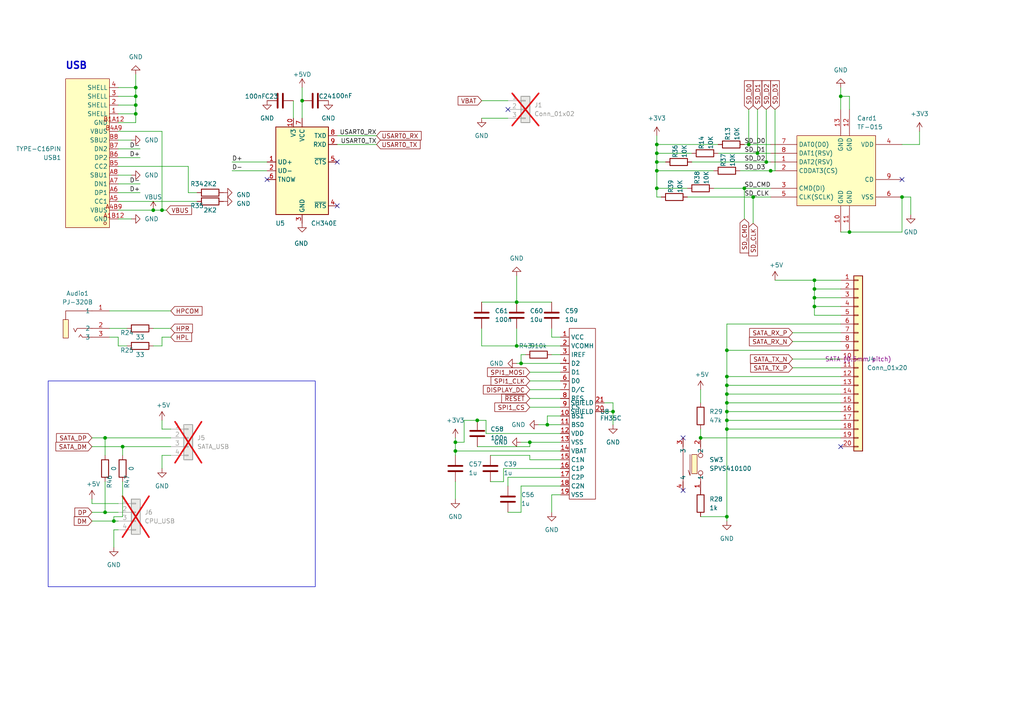
<source format=kicad_sch>
(kicad_sch (version 20231120) (generator "eeschema") (generator_version "8.0")
  (paper "A4")
  (lib_symbols
    (symbol "Connector_Generic:Conn_01x03" (pin_names (offset 1.016) hide)
      (property "Reference" "J" (at 0 5.08 0))
      (property "Value" "Conn_01x03" (at 0 -5.08 0))
      (symbol "Conn_01x03_1_1"
        (rectangle (start -1.27 -2.413) (end 0 -2.667) (stroke (width 0.1524)))
        (rectangle (start -1.27 0.127) (end 0 -0.127) (stroke (width 0.1524)))
        (rectangle (start -1.27 2.667) (end 0 2.413) (stroke (width 0.1524)))
        (rectangle (start -1.27 3.81) (end 1.27 -3.81) (stroke (width 0.254)) (fill (type background)))
        (pin passive line (at -5.08 2.54 0) (length 3.81) (name "Pin_1") (number "1"))
        (pin passive line (at -5.08 0 0) (length 3.81) (name "Pin_2") (number "2"))
        (pin passive line (at -5.08 -2.54 0) (length 3.81) (name "Pin_3") (number "3"))
      )
    )
    (symbol "Connector_Generic:Conn_01x04" (pin_names (offset 1.016) hide)
      (property "Reference" "J" (at 0 5.08 0))
      (property "Value" "Conn_01x04" (at 0 -7.62 0))
      (symbol "Conn_01x04_1_1"
        (rectangle (start -1.27 -4.953) (end 0 -5.207) (stroke (width 0.1524)))
        (rectangle (start -1.27 -2.413) (end 0 -2.667) (stroke (width 0.1524)))
        (rectangle (start -1.27 0.127) (end 0 -0.127) (stroke (width 0.1524)))
        (rectangle (start -1.27 2.667) (end 0 2.413) (stroke (width 0.1524)))
        (rectangle (start -1.27 3.81) (end 1.27 -6.35) (stroke (width 0.254)) (fill (type background)))
        (pin passive line (at -5.08 2.54 0) (length 3.81) (name "Pin_1") (number "1"))
        (pin passive line (at -5.08 0 0) (length 3.81) (name "Pin_2") (number "2"))
        (pin passive line (at -5.08 -2.54 0) (length 3.81) (name "Pin_3") (number "3"))
        (pin passive line (at -5.08 -5.08 0) (length 3.81) (name "Pin_4") (number "4"))
      )
    )
    (symbol "Connector_Generic:Conn_01x20" (pin_names (offset 1.016) hide)
      (property "Reference" "J4" (at 2.54 0.0001 0))
      (property "Value" "Conn_01x20" (at 2.54 -2.5399 0))
      (property "Description" "SATA (0.5mm pitch)" (at 0 0 0))
      (symbol "Conn_01x20_1_1"
        (rectangle (start -1.27 -25.273) (end 0 -25.527) (stroke (width 0.1524)))
        (rectangle (start -1.27 -22.733) (end 0 -22.987) (stroke (width 0.1524)))
        (rectangle (start -1.27 -20.193) (end 0 -20.447) (stroke (width 0.1524)))
        (rectangle (start -1.27 -17.653) (end 0 -17.907) (stroke (width 0.1524)))
        (rectangle (start -1.27 -15.113) (end 0 -15.367) (stroke (width 0.1524)))
        (rectangle (start -1.27 -12.573) (end 0 -12.827) (stroke (width 0.1524)))
        (rectangle (start -1.27 -10.033) (end 0 -10.287) (stroke (width 0.1524)))
        (rectangle (start -1.27 -7.493) (end 0 -7.747) (stroke (width 0.1524)))
        (rectangle (start -1.27 -4.953) (end 0 -5.207) (stroke (width 0.1524)))
        (rectangle (start -1.27 -2.413) (end 0 -2.667) (stroke (width 0.1524)))
        (rectangle (start -1.27 0.127) (end 0 -0.127) (stroke (width 0.1524)))
        (rectangle (start -1.27 2.667) (end 0 2.413) (stroke (width 0.1524)))
        (rectangle (start -1.27 5.207) (end 0 4.953) (stroke (width 0.1524)))
        (rectangle (start -1.27 7.747) (end 0 7.493) (stroke (width 0.1524)))
        (rectangle (start -1.27 10.287) (end 0 10.033) (stroke (width 0.1524)))
        (rectangle (start -1.27 12.827) (end 0 12.573) (stroke (width 0.1524)))
        (rectangle (start -1.27 15.367) (end 0 15.113) (stroke (width 0.1524)))
        (rectangle (start -1.27 17.907) (end 0 17.653) (stroke (width 0.1524)))
        (rectangle (start -1.27 20.447) (end 0 20.193) (stroke (width 0.1524)))
        (rectangle (start -1.27 22.987) (end 0 22.733) (stroke (width 0.1524)))
        (rectangle (start -1.27 24.13) (end 1.27 -26.67) (stroke (width 0.254)) (fill (type background)))
        (pin passive line (at -5.08 22.86 0) (length 3.81) (name "Pin_1") (number "1"))
        (pin passive line (at -5.08 0 0) (length 3.81) (name "Pin_10") (number "10"))
        (pin passive line (at -5.08 -2.54 0) (length 3.81) (name "Pin_11") (number "11"))
        (pin passive line (at -5.08 -5.08 0) (length 3.81) (name "Pin_12") (number "12"))
        (pin passive line (at -5.08 -7.62 0) (length 3.81) (name "Pin_13") (number "13"))
        (pin passive line (at -5.08 -10.16 0) (length 3.81) (name "Pin_14") (number "14"))
        (pin passive line (at -5.08 -12.7 0) (length 3.81) (name "Pin_15") (number "15"))
        (pin passive line (at -5.08 -15.24 0) (length 3.81) (name "Pin_16") (number "16"))
        (pin passive line (at -5.08 -17.78 0) (length 3.81) (name "Pin_17") (number "17"))
        (pin passive line (at -5.08 -20.32 0) (length 3.81) (name "Pin_18") (number "18"))
        (pin passive line (at -5.08 -22.86 0) (length 3.81) (name "Pin_19") (number "19"))
        (pin passive line (at -5.08 20.32 0) (length 3.81) (name "Pin_2") (number "2"))
        (pin passive line (at -5.08 -25.4 0) (length 3.81) (name "Pin_20") (number "20"))
        (pin passive line (at -5.08 17.78 0) (length 3.81) (name "Pin_3") (number "3"))
        (pin passive line (at -5.08 15.24 0) (length 3.81) (name "Pin_4") (number "4"))
        (pin passive line (at -5.08 12.7 0) (length 3.81) (name "Pin_5") (number "5"))
        (pin passive line (at -5.08 10.16 0) (length 3.81) (name "Pin_6") (number "6"))
        (pin passive line (at -5.08 7.62 0) (length 3.81) (name "Pin_7") (number "7"))
        (pin passive line (at -5.08 5.08 0) (length 3.81) (name "Pin_8") (number "8"))
        (pin passive line (at -5.08 2.54 0) (length 3.81) (name "Pin_9") (number "9"))
      )
    )
    (symbol "Device:C" (pin_numbers hide) (pin_names (offset 0.254))
      (property "Reference" "C" (at 0.635 2.54 0))
      (property "Value" "C" (at 0.635 -2.54 0))
      (symbol "C_0_1"
        (polyline (pts (xy -2.032 -0.762) (xy 2.032 -0.762)) (stroke (width 0.508)))
        (polyline (pts (xy -2.032 0.762) (xy 2.032 0.762)) (stroke (width 0.508)))
      )
      (symbol "C_1_1"
        (pin passive line (at 0 3.81 270) (length 2.794) (name "~") (number "1"))
        (pin passive line (at 0 -3.81 90) (length 2.794) (name "~") (number "2"))
      )
    )
    (symbol "Device:R" (pin_numbers hide) (pin_names (offset 0))
      (property "Reference" "R" (at 2.032 0 90))
      (property "Value" "R" (at 0 0 90))
      (symbol "R_0_1"
        (rectangle (start -1.016 -2.54) (end 1.016 2.54) (stroke (width 0.254)))
      )
      (symbol "R_1_1"
        (pin passive line (at 0 3.81 270) (length 1.27) (name "~") (number "1"))
        (pin passive line (at 0 -3.81 90) (length 1.27) (name "~") (number "2"))
      )
    )
    (symbol "Interface_USB:CH340E"
      (property "Reference" "U" (at -5.08 13.97 0))
      (property "Value" "CH340E" (at 1.27 13.97 0))
      (symbol "CH340E_0_1"
        (rectangle (start -7.62 12.7) (end 7.62 -12.7) (stroke (width 0.254)) (fill (type background)))
      )
      (symbol "CH340E_1_1"
        (pin bidirectional line (at -10.16 2.54 0) (length 2.54) (name "UD+") (number "1"))
        (pin passive line (at -2.54 15.24 270) (length 2.54) (name "V3") (number "10"))
        (pin bidirectional line (at -10.16 0 0) (length 2.54) (name "UD-") (number "2"))
        (pin power_in line (at 0 -15.24 90) (length 2.54) (name "GND") (number "3"))
        (pin output line (at 10.16 -10.16 180) (length 2.54) (name "~{RTS}") (number "4"))
        (pin input line (at 10.16 2.54 180) (length 2.54) (name "~{CTS}") (number "5"))
        (pin output line (at -10.16 -2.54 0) (length 2.54) (name "TNOW") (number "6"))
        (pin power_in line (at 0 15.24 270) (length 2.54) (name "VCC") (number "7"))
        (pin output line (at 10.16 10.16 180) (length 2.54) (name "TXD") (number "8"))
        (pin input line (at 10.16 7.62 180) (length 2.54) (name "RXD") (number "9"))
      )
    )
    (symbol "W096016-XBLW:W096016-XBLW"
      (property "Reference" "U" (at 0 0 0))
      (symbol "W096016-XBLW_0_1"
        (polyline (pts (xy 5.08 13.97) (xy 12.7 13.97) (xy 12.7 -35.56) (xy 5.08 -35.56) (xy 5.08 13.97)))
      )
      (symbol "W096016-XBLW_1_1"
        (pin input line (at 2.54 11.43 0) (length 2.54) (name "VCC") (number "1"))
        (pin input line (at 2.54 -11.43 0) (length 2.54) (name "BS1") (number "10"))
        (pin input line (at 2.54 -13.97 0) (length 2.54) (name "BS0") (number "11"))
        (pin input line (at 2.54 -16.51 0) (length 2.54) (name "VDD") (number "12"))
        (pin input line (at 2.54 -19.05 0) (length 2.54) (name "VSS") (number "13"))
        (pin input line (at 2.54 -21.59 0) (length 2.54) (name "VBAT") (number "14"))
        (pin input line (at 2.54 -24.13 0) (length 2.54) (name "C1N") (number "15"))
        (pin input line (at 2.54 -26.67 0) (length 2.54) (name "C1P") (number "16"))
        (pin input line (at 2.54 -29.21 0) (length 2.54) (name "C2P") (number "17"))
        (pin input line (at 2.54 -31.75 0) (length 2.54) (name "C2N") (number "18"))
        (pin input line (at 2.54 -34.29 0) (length 2.54) (name "VSS") (number "19"))
        (pin input line (at 2.54 8.89 0) (length 2.54) (name "VCOMH") (number "2"))
        (pin input line (at 15.24 -10.16 180) (length 2.54) (name "SHIELD") (number "20"))
        (pin input line (at 15.24 -7.62 180) (length 2.54) (name "SHIELD") (number "21"))
        (pin input line (at 2.54 6.35 0) (length 2.54) (name "IREF") (number "3"))
        (pin input line (at 2.54 3.81 0) (length 2.54) (name "D2") (number "4"))
        (pin input line (at 2.54 1.27 0) (length 2.54) (name "D1") (number "5"))
        (pin input line (at 2.54 -1.27 0) (length 2.54) (name "D0") (number "6"))
        (pin input line (at 2.54 -3.81 0) (length 2.54) (name "D/C") (number "7"))
        (pin input line (at 2.54 -6.35 0) (length 2.54) (name "RES") (number "8"))
        (pin input line (at 2.54 -8.89 0) (length 2.54) (name "CS") (number "9"))
      )
    )
    (symbol "lcsc:PJ-320B"
      (property "Reference" "Audio" (at 0 7.62 0))
      (property "Value" "PJ-320B" (at 0 -10.16 0))
      (symbol "PJ-320B_0_1"
        (rectangle (start -7.11 0) (end -5.59 -5.33) (fill (type background)))
        (polyline (pts (xy 1.27 2.54) (xy -6.35 2.54) (xy -6.35 0)))
        (polyline (pts (xy 1.27 -5.08) (xy -1.52 -5.08) (xy -2.03 -4.32) (xy -2.54 -5.08)))
        (polyline (pts (xy 1.27 -2.54) (xy -3.05 -2.54) (xy -3.56 -3.56) (xy -4.06 -2.54)))
        (pin unspecified line (at 6.35 2.54 180) (length 5.08) (name "1") (number "1"))
        (pin unspecified line (at 6.35 -2.54 180) (length 5.08) (name "2") (number "2"))
        (pin unspecified line (at 6.35 -5.08 180) (length 5.08) (name "3") (number "3"))
      )
    )
    (symbol "lcsc:SPVS410100"
      (property "Reference" "SW3" (at 1.2701 -2.54 90))
      (property "Value" "SPVS410100" (at -1.2699 -2.54 90))
      (symbol "SPVS410100_0_1"
        (rectangle (start -2.79 2.54) (end 2.79 1.02) (fill (type background)))
        (circle (center -2.54 0) (radius 0.64))
        (polyline (pts (xy -5.08 5.08) (xy 5.08 5.08)))
        (polyline (pts (xy -3.05 0) (xy -5.08 0)))
        (polyline (pts (xy 3.05 0) (xy 5.08 0)))
        (polyline (pts (xy 2.79 3.05) (xy -3.3 3.05) (xy -1.78 3.56)))
        (circle (center 2.54 0) (radius 0.64))
        (pin unspecified line (at -7.62 0 0) (length 2.54) (name "1") (number "1"))
        (pin unspecified line (at 7.62 5.08 180) (length 2.54) (name "3") (number "3"))
        (pin unspecified line (at -7.62 5.08 0) (length 2.54) (name "4") (number "4"))
      )
      (symbol "SPVS410100_1_1"
        (pin unspecified line (at 7.62 0 180) (length 2.54) (name "2") (number "2"))
      )
    )
    (symbol "lcsc:TF-015"
      (property "Reference" "Card" (at 0 22.86 0))
      (property "Value" "TF-015" (at 0 -22.86 0))
      (symbol "TF-015_0_1"
        (rectangle (start -11.43 10.16) (end 11.43 -10.16) (fill (type background)))
        (pin bidirectional line (at -19.05 2.54 0) (length 7.62) (name "DAT2(RSV)") (number "1"))
        (pin input line (at 1.27 -17.78 90) (length 7.62) (name "GND") (number "10"))
        (pin input line (at 3.81 -17.78 90) (length 7.62) (name "GND") (number "11"))
        (pin input line (at 3.81 17.78 270) (length 7.62) (name "GND") (number "12"))
        (pin input line (at 1.27 17.78 270) (length 7.62) (name "GND") (number "13"))
        (pin bidirectional line (at -19.05 0 0) (length 7.62) (name "CDDAT3(CS)") (number "2"))
        (pin input line (at -19.05 -5.08 0) (length 7.62) (name "CMD(DI)") (number "3"))
        (pin input line (at 19.05 7.62 180) (length 7.62) (name "VDD") (number "4"))
        (pin input line (at -19.05 -7.62 0) (length 7.62) (name "CLK(SCLK)") (number "5"))
        (pin input line (at 19.05 -7.62 180) (length 7.62) (name "VSS") (number "6"))
        (pin bidirectional line (at -19.05 7.62 0) (length 7.62) (name "DAT0(D0)") (number "7"))
        (pin bidirectional line (at -19.05 5.08 0) (length 7.62) (name "DAT1(RSV)") (number "8"))
        (pin input line (at 19.05 -2.54 180) (length 7.62) (name "CD") (number "9"))
      )
    )
    (symbol "lcsc:TYPE-C16PIN"
      (property "Reference" "USB" (at 0 24.13 0))
      (property "Value" "TYPE-C16PIN" (at 0 -24.13 0))
      (symbol "TYPE-C16PIN_0_1"
        (rectangle (start -6.35 21.59) (end 6.35 -21.59) (fill (type background)))
        (circle (center -5.08 20.32) (radius 0.38))
        (pin unspecified line (at -8.89 -11.43 0) (length 2.54) (name "SHELL") (number "1"))
        (pin unspecified line (at -8.89 -13.97 0) (length 2.54) (name "SHELL") (number "2"))
        (pin unspecified line (at -8.89 -16.51 0) (length 2.54) (name "SHELL") (number "3"))
        (pin unspecified line (at -8.89 -19.05 0) (length 2.54) (name "SHELL") (number "4"))
        (pin unspecified line (at -8.89 19.05 0) (length 2.54) (name "GND") (number "A1B12"))
        (pin unspecified line (at -8.89 16.51 0) (length 2.54) (name "VBUS") (number "A4B9"))
        (pin unspecified line (at -8.89 13.97 0) (length 2.54) (name "CC1") (number "A5"))
        (pin unspecified line (at -8.89 11.43 0) (length 2.54) (name "DP1") (number "A6"))
        (pin unspecified line (at -8.89 8.89 0) (length 2.54) (name "DN1") (number "A7"))
        (pin unspecified line (at -8.89 6.35 0) (length 2.54) (name "SBU1") (number "A8"))
        (pin unspecified line (at -8.89 -8.89 0) (length 2.54) (name "GND") (number "B1A12"))
        (pin unspecified line (at -8.89 -6.35 0) (length 2.54) (name "VBUS") (number "B4A9"))
        (pin unspecified line (at -8.89 3.81 0) (length 2.54) (name "CC2") (number "B5"))
        (pin unspecified line (at -8.89 1.27 0) (length 2.54) (name "DP2") (number "B6"))
        (pin unspecified line (at -8.89 -1.27 0) (length 2.54) (name "DN2") (number "B7"))
        (pin unspecified line (at -8.89 -3.81 0) (length 2.54) (name "SBU2") (number "B8"))
      )
    )
    (symbol "power:+3V3" (power) (pin_names (offset 0))
      (property "Value" "+3V3" (at 0 3.556 0))
      (symbol "+3V3_0_1"
        (polyline (pts (xy -0.762 1.27) (xy 0 2.54)))
        (polyline (pts (xy 0 0) (xy 0 2.54)))
        (polyline (pts (xy 0 2.54) (xy 0.762 1.27)))
      )
      (symbol "+3V3_1_1"
        (pin power_in line (at 0 0 90) (length 0) hide (name "+3V3") (number "1"))
      )
    )
    (symbol "power:+5V" (power) (pin_names (offset 0))
      (property "Value" "+5V" (at 0 3.556 0))
      (symbol "+5V_0_1"
        (polyline (pts (xy -0.762 1.27) (xy 0 2.54)))
        (polyline (pts (xy 0 0) (xy 0 2.54)))
        (polyline (pts (xy 0 2.54) (xy 0.762 1.27)))
      )
      (symbol "+5V_1_1"
        (pin power_in line (at 0 0 90) (length 0) hide (name "+5V") (number "1"))
      )
    )
    (symbol "power:+5VD" (power) (pin_names (offset 0))
      (property "Value" "+5VD" (at 0 3.556 0))
      (symbol "+5VD_0_1"
        (polyline (pts (xy -0.762 1.27) (xy 0 2.54)))
        (polyline (pts (xy 0 0) (xy 0 2.54)))
        (polyline (pts (xy 0 2.54) (xy 0.762 1.27)))
      )
      (symbol "+5VD_1_1"
        (pin power_in line (at 0 0 90) (length 0) hide (name "+5VD") (number "1"))
      )
    )
    (symbol "power:GND" (power) (pin_names (offset 0))
      (property "Value" "GND" (at 0 -3.81 0))
      (symbol "GND_0_1"
        (polyline (pts (xy 0 0) (xy 0 -1.27) (xy 1.27 -1.27) (xy 0 -2.54) (xy -1.27 -1.27) (xy 0 -1.27)))
      )
      (symbol "GND_1_1"
        (pin power_in line (at 0 0 270) (length 0) hide (name "GND") (number "1"))
      )
    )
    (symbol "power:VBUS" (power) (pin_names (offset 0))
      (property "Value" "VBUS" (at 0 3.81 0))
      (symbol "VBUS_0_1"
        (polyline (pts (xy -0.762 1.27) (xy 0 2.54)))
        (polyline (pts (xy 0 0) (xy 0 2.54)))
        (polyline (pts (xy 0 2.54) (xy 0.762 1.27)))
      )
      (symbol "VBUS_1_1"
        (pin power_in line (at 0 0 90) (length 0) hide (name "VBUS") (number "1"))
      )
    )
  )
  (junction (at 203.2 127))
  (junction (at 33.02 151.13))
  (junction (at 132.08 130.81))
  (junction (at 210.82 111.76))
  (junction (at 177.8 119.38))
  (junction (at 44.45 60.96))
  (junction (at 210.82 124.46))
  (junction (at 219.71 44.45))
  (junction (at 210.82 101.6))
  (junction (at 149.86 100.33))
  (junction (at 210.82 119.38))
  (junction (at 210.82 149.86))
  (junction (at 87.63 29.21))
  (junction (at 223.52 49.53))
  (junction (at 30.48 127))
  (junction (at 210.82 109.22))
  (junction (at 149.86 87.63))
  (junction (at 138.43 121.92))
  (junction (at 132.08 128.27))
  (junction (at 39.37 25.4))
  (junction (at 158.75 123.19))
  (junction (at 236.22 81.28))
  (junction (at 215.9 54.61))
  (junction (at 39.37 30.48))
  (junction (at 243.84 27.94))
  (junction (at 218.44 57.15))
  (junction (at 190.5 54.61))
  (junction (at 151.13 105.41))
  (junction (at 35.56 129.54))
  (junction (at 210.82 116.84))
  (junction (at 190.5 41.91))
  (junction (at 222.25 46.99))
  (junction (at 190.5 44.45))
  (junction (at 46.99 60.96))
  (junction (at 39.37 27.94))
  (junction (at 30.48 148.59))
  (junction (at 39.37 33.02))
  (junction (at 217.17 41.91))
  (junction (at 153.67 128.27))
  (junction (at 236.22 88.9))
  (junction (at 246.38 67.31))
  (junction (at 261.62 57.15))
  (junction (at 190.5 49.53))
  (junction (at 236.22 83.82))
  (junction (at 190.5 46.99))
  (junction (at 236.22 86.36))
  (junction (at 210.82 114.3))
  (junction (at 210.82 121.92))
  (no_connect (at 198.12 127))
  (no_connect (at 243.84 129.54))
  (no_connect (at 77.47 52.07))
  (no_connect (at 97.79 46.99))
  (no_connect (at 147.32 31.75))
  (no_connect (at 261.62 52.07))
  (no_connect (at 97.79 59.69))
  (no_connect (at 198.12 142.24))
  (wire (pts (xy 229.87 99.06) (xy 243.84 99.06)))
  (wire (pts (xy 40.64 55.88) (xy 34.29 55.88)))
  (wire (pts (xy 243.84 27.94) (xy 243.84 31.75)))
  (wire (pts (xy 190.5 44.45) (xy 200.66 44.45)))
  (wire (pts (xy 236.22 88.9) (xy 236.22 91.44)))
  (wire (pts (xy 138.43 121.92) (xy 134.62 121.92)))
  (wire (pts (xy 153.67 132.08) (xy 153.67 133.35)))
  (wire (pts (xy 153.67 113.03) (xy 162.56 113.03)))
  (wire (pts (xy 219.71 44.45) (xy 223.52 44.45)))
  (wire (pts (xy 210.82 116.84) (xy 210.82 119.38)))
  (wire (pts (xy 246.38 31.75) (xy 246.38 27.94)))
  (wire (pts (xy 140.97 125.73) (xy 140.97 121.92)))
  (wire (pts (xy 97.79 41.91) (xy 109.22 41.91)))
  (wire (pts (xy 39.37 25.4) (xy 39.37 21.59)))
  (wire (pts (xy 156.21 123.19) (xy 158.75 123.19)))
  (wire (pts (xy 246.38 67.31) (xy 261.62 67.31)))
  (wire (pts (xy 153.67 118.11) (xy 162.56 118.11)))
  (wire (pts (xy 67.31 49.53) (xy 77.47 49.53)))
  (wire (pts (xy 142.24 132.08) (xy 153.67 132.08)))
  (wire (pts (xy 175.26 119.38) (xy 177.8 119.38)))
  (wire (pts (xy 210.82 114.3) (xy 210.82 116.84)))
  (wire (pts (xy 35.56 139.7) (xy 35.56 149.86)))
  (wire (pts (xy 210.82 109.22) (xy 210.82 111.76)))
  (wire (pts (xy 222.25 31.75) (xy 222.25 46.99)))
  (wire (pts (xy 97.79 39.37) (xy 109.22 39.37)))
  (wire (pts (xy 87.63 29.21) (xy 87.63 34.29)))
  (wire (pts (xy 229.87 96.52) (xy 243.84 96.52)))
  (wire (pts (xy 26.67 148.59) (xy 30.48 148.59)))
  (wire (pts (xy 266.7 38.1) (xy 266.7 41.91)))
  (wire (pts (xy 39.37 30.48) (xy 39.37 27.94)))
  (wire (pts (xy 146.05 139.7) (xy 142.24 139.7)))
  (wire (pts (xy 153.67 133.35) (xy 162.56 133.35)))
  (wire (pts (xy 215.9 54.61) (xy 215.9 63.5)))
  (wire (pts (xy 222.25 46.99) (xy 223.52 46.99)))
  (wire (pts (xy 132.08 130.81) (xy 162.56 130.81)))
  (wire (pts (xy 87.63 25.4) (xy 87.63 29.21)))
  (wire (pts (xy 160.02 97.79) (xy 162.56 97.79)))
  (wire (pts (xy 30.48 127) (xy 30.48 132.08)))
  (wire (pts (xy 35.56 149.86) (xy 33.02 149.86)))
  (wire (pts (xy 140.97 121.92) (xy 138.43 121.92)))
  (wire (pts (xy 217.17 31.75) (xy 217.17 41.91)))
  (wire (pts (xy 44.45 95.25) (xy 49.53 95.25)))
  (wire (pts (xy 39.37 33.02) (xy 39.37 30.48)))
  (wire (pts (xy 261.62 57.15) (xy 264.16 57.15)))
  (wire (pts (xy 30.48 127) (xy 49.53 127)))
  (wire (pts (xy 33.02 153.67) (xy 34.29 153.67)))
  (wire (pts (xy 39.37 25.4) (xy 34.29 25.4)))
  (wire (pts (xy 158.75 120.65) (xy 158.75 123.19)))
  (wire (pts (xy 210.82 114.3) (xy 243.84 114.3)))
  (wire (pts (xy 203.2 149.86) (xy 210.82 149.86)))
  (wire (pts (xy 34.29 97.79) (xy 34.29 100.33)))
  (wire (pts (xy 243.84 116.84) (xy 210.82 116.84)))
  (wire (pts (xy 190.5 41.91) (xy 190.5 44.45)))
  (wire (pts (xy 149.86 80.01) (xy 149.86 87.63)))
  (wire (pts (xy 40.64 53.34) (xy 34.29 53.34)))
  (wire (pts (xy 160.02 143.51) (xy 162.56 143.51)))
  (wire (pts (xy 190.5 41.91) (xy 208.28 41.91)))
  (wire (pts (xy 160.02 148.59) (xy 160.02 143.51)))
  (wire (pts (xy 190.5 46.99) (xy 193.04 46.99)))
  (wire (pts (xy 39.37 27.94) (xy 39.37 25.4)))
  (wire (pts (xy 138.43 129.54) (xy 153.67 129.54)))
  (wire (pts (xy 132.08 128.27) (xy 132.08 130.81)))
  (wire (pts (xy 46.99 97.79) (xy 49.53 97.79)))
  (wire (pts (xy 218.44 57.15) (xy 223.52 57.15)))
  (wire (pts (xy 236.22 81.28) (xy 243.84 81.28)))
  (wire (pts (xy 149.86 100.33) (xy 162.56 100.33)))
  (wire (pts (xy 38.1 63.5) (xy 34.29 63.5)))
  (wire (pts (xy 30.48 139.7) (xy 30.48 148.59)))
  (wire (pts (xy 46.99 60.96) (xy 48.26 60.96)))
  (wire (pts (xy 67.31 46.99) (xy 77.47 46.99)))
  (wire (pts (xy 146.05 135.89) (xy 146.05 139.7)))
  (wire (pts (xy 147.32 138.43) (xy 162.56 138.43)))
  (wire (pts (xy 160.02 102.87) (xy 162.56 102.87)))
  (wire (pts (xy 46.99 100.33) (xy 46.99 97.79)))
  (wire (pts (xy 261.62 67.31) (xy 261.62 57.15)))
  (wire (pts (xy 44.45 100.33) (xy 46.99 100.33)))
  (wire (pts (xy 199.39 57.15) (xy 218.44 57.15)))
  (wire (pts (xy 203.2 113.03) (xy 203.2 116.84)))
  (wire (pts (xy 236.22 91.44) (xy 243.84 91.44)))
  (wire (pts (xy 134.62 128.27) (xy 132.08 128.27)))
  (wire (pts (xy 31.75 90.17) (xy 49.53 90.17)))
  (wire (pts (xy 39.37 33.02) (xy 34.29 33.02)))
  (wire (pts (xy 153.67 110.49) (xy 162.56 110.49)))
  (wire (pts (xy 243.84 67.31) (xy 246.38 67.31)))
  (wire (pts (xy 224.79 49.53) (xy 223.52 49.53)))
  (wire (pts (xy 26.67 144.78) (xy 26.67 146.05)))
  (wire (pts (xy 54.61 48.26) (xy 54.61 55.88)))
  (wire (pts (xy 243.84 88.9) (xy 236.22 88.9)))
  (wire (pts (xy 40.64 43.18) (xy 34.29 43.18)))
  (wire (pts (xy 236.22 81.28) (xy 236.22 83.82)))
  (wire (pts (xy 153.67 128.27) (xy 162.56 128.27)))
  (wire (pts (xy 264.16 57.15) (xy 264.16 62.23)))
  (wire (pts (xy 160.02 95.25) (xy 160.02 97.79)))
  (wire (pts (xy 151.13 128.27) (xy 153.67 128.27)))
  (wire (pts (xy 46.99 132.08) (xy 49.53 132.08)))
  (wire (pts (xy 210.82 101.6) (xy 243.84 101.6)))
  (wire (pts (xy 31.75 97.79) (xy 34.29 97.79)))
  (wire (pts (xy 39.37 27.94) (xy 34.29 27.94)))
  (wire (pts (xy 162.56 125.73) (xy 140.97 125.73)))
  (wire (pts (xy 34.29 38.1) (xy 46.99 38.1)))
  (wire (pts (xy 132.08 132.08) (xy 132.08 130.81)))
  (wire (pts (xy 210.82 121.92) (xy 210.82 124.46)))
  (wire (pts (xy 224.79 81.28) (xy 236.22 81.28)))
  (wire (pts (xy 210.82 119.38) (xy 243.84 119.38)))
  (wire (pts (xy 139.7 29.21) (xy 147.32 29.21)))
  (wire (pts (xy 153.67 115.57) (xy 162.56 115.57)))
  (wire (pts (xy 151.13 102.87) (xy 151.13 105.41)))
  (wire (pts (xy 190.5 44.45) (xy 190.5 46.99)))
  (wire (pts (xy 158.75 123.19) (xy 162.56 123.19)))
  (wire (pts (xy 177.8 123.19) (xy 177.8 119.38)))
  (wire (pts (xy 139.7 95.25) (xy 139.7 100.33)))
  (wire (pts (xy 177.8 119.38) (xy 177.8 116.84)))
  (wire (pts (xy 207.01 54.61) (xy 215.9 54.61)))
  (wire (pts (xy 210.82 119.38) (xy 210.82 121.92)))
  (wire (pts (xy 147.32 140.97) (xy 147.32 138.43)))
  (wire (pts (xy 33.02 149.86) (xy 33.02 151.13)))
  (wire (pts (xy 132.08 139.7) (xy 132.08 144.78)))
  (wire (pts (xy 190.5 39.37) (xy 190.5 41.91)))
  (wire (pts (xy 26.67 129.54) (xy 35.56 129.54)))
  (wire (pts (xy 190.5 46.99) (xy 190.5 49.53)))
  (wire (pts (xy 139.7 87.63) (xy 149.86 87.63)))
  (wire (pts (xy 210.82 109.22) (xy 243.84 109.22)))
  (wire (pts (xy 152.4 102.87) (xy 151.13 102.87)))
  (wire (pts (xy 200.66 46.99) (xy 222.25 46.99)))
  (wire (pts (xy 46.99 135.89) (xy 46.99 132.08)))
  (wire (pts (xy 210.82 121.92) (xy 243.84 121.92)))
  (wire (pts (xy 139.7 34.29) (xy 147.32 34.29)))
  (wire (pts (xy 149.86 95.25) (xy 149.86 100.33)))
  (wire (pts (xy 217.17 41.91) (xy 223.52 41.91)))
  (wire (pts (xy 151.13 105.41) (xy 162.56 105.41)))
  (wire (pts (xy 218.44 57.15) (xy 218.44 64.77)))
  (wire (pts (xy 151.13 148.59) (xy 147.32 148.59)))
  (wire (pts (xy 30.48 148.59) (xy 34.29 148.59)))
  (wire (pts (xy 191.77 57.15) (xy 190.5 57.15)))
  (wire (pts (xy 203.2 124.46) (xy 203.2 127)))
  (wire (pts (xy 153.67 107.95) (xy 162.56 107.95)))
  (wire (pts (xy 132.08 127) (xy 132.08 128.27)))
  (wire (pts (xy 215.9 41.91) (xy 217.17 41.91)))
  (wire (pts (xy 243.84 93.98) (xy 210.82 93.98)))
  (wire (pts (xy 236.22 83.82) (xy 243.84 83.82)))
  (wire (pts (xy 26.67 146.05) (xy 34.29 146.05)))
  (wire (pts (xy 44.45 60.96) (xy 46.99 60.96)))
  (wire (pts (xy 210.82 101.6) (xy 210.82 109.22)))
  (wire (pts (xy 33.02 158.75) (xy 33.02 153.67)))
  (wire (pts (xy 210.82 93.98) (xy 210.82 101.6)))
  (wire (pts (xy 224.79 31.75) (xy 224.79 49.53)))
  (wire (pts (xy 210.82 111.76) (xy 243.84 111.76)))
  (wire (pts (xy 46.99 38.1) (xy 46.99 60.96)))
  (wire (pts (xy 33.02 151.13) (xy 34.29 151.13)))
  (wire (pts (xy 34.29 100.33) (xy 36.83 100.33)))
  (wire (pts (xy 177.8 116.84) (xy 175.26 116.84)))
  (wire (pts (xy 151.13 140.97) (xy 151.13 148.59)))
  (wire (pts (xy 162.56 140.97) (xy 151.13 140.97)))
  (wire (pts (xy 35.56 129.54) (xy 49.53 129.54)))
  (wire (pts (xy 38.1 40.64) (xy 34.29 40.64)))
  (wire (pts (xy 54.61 55.88) (xy 57.15 55.88)))
  (wire (pts (xy 34.29 48.26) (xy 54.61 48.26)))
  (wire (pts (xy 149.86 87.63) (xy 160.02 87.63)))
  (wire (pts (xy 57.15 58.42) (xy 34.29 58.42)))
  (wire (pts (xy 210.82 149.86) (xy 210.82 151.13)))
  (wire (pts (xy 190.5 54.61) (xy 199.39 54.61)))
  (wire (pts (xy 46.99 124.46) (xy 46.99 121.92)))
  (wire (pts (xy 261.62 41.91) (xy 266.7 41.91)))
  (wire (pts (xy 229.87 104.14) (xy 243.84 104.14)))
  (wire (pts (xy 153.67 129.54) (xy 153.67 128.27)))
  (wire (pts (xy 134.62 121.92) (xy 134.62 128.27)))
  (wire (pts (xy 190.5 54.61) (xy 190.5 57.15)))
  (wire (pts (xy 39.37 30.48) (xy 34.29 30.48)))
  (wire (pts (xy 219.71 31.75) (xy 219.71 44.45)))
  (wire (pts (xy 246.38 27.94) (xy 243.84 27.94)))
  (wire (pts (xy 39.37 35.56) (xy 39.37 33.02)))
  (wire (pts (xy 236.22 83.82) (xy 236.22 86.36)))
  (wire (pts (xy 139.7 100.33) (xy 149.86 100.33)))
  (wire (pts (xy 236.22 86.36) (xy 243.84 86.36)))
  (wire (pts (xy 210.82 111.76) (xy 210.82 114.3)))
  (wire (pts (xy 31.75 95.25) (xy 36.83 95.25)))
  (wire (pts (xy 34.29 35.56) (xy 39.37 35.56)))
  (wire (pts (xy 236.22 86.36) (xy 236.22 88.9)))
  (wire (pts (xy 44.45 60.96) (xy 34.29 60.96)))
  (wire (pts (xy 26.67 151.13) (xy 33.02 151.13)))
  (wire (pts (xy 207.01 49.53) (xy 190.5 49.53)))
  (wire (pts (xy 208.28 44.45) (xy 219.71 44.45)))
  (wire (pts (xy 26.67 127) (xy 30.48 127)))
  (wire (pts (xy 243.84 124.46) (xy 210.82 124.46)))
  (wire (pts (xy 35.56 129.54) (xy 35.56 132.08)))
  (wire (pts (xy 215.9 54.61) (xy 223.52 54.61)))
  (wire (pts (xy 203.2 127) (xy 243.84 127)))
  (wire (pts (xy 162.56 120.65) (xy 158.75 120.65)))
  (wire (pts (xy 210.82 124.46) (xy 210.82 149.86)))
  (wire (pts (xy 190.5 49.53) (xy 190.5 54.61)))
  (wire (pts (xy 149.86 105.41) (xy 151.13 105.41)))
  (wire (pts (xy 49.53 124.46) (xy 46.99 124.46)))
  (wire (pts (xy 229.87 106.68) (xy 243.84 106.68)))
  (wire (pts (xy 38.1 50.8) (xy 34.29 50.8)))
  (wire (pts (xy 214.63 49.53) (xy 223.52 49.53)))
  (wire (pts (xy 243.84 25.4) (xy 243.84 27.94)))
  (wire (pts (xy 85.09 29.21) (xy 85.09 34.29)))
  (wire (pts (xy 162.56 135.89) (xy 146.05 135.89)))
  (wire (pts (xy 40.64 45.72) (xy 34.29 45.72)))
  (rectangle (start 13.97 110.49) (end 91.44 170.18))
  (text "USB" (at 25.4 20.32 0) (effects (font (size 2 2) (thickness 0.4) (bold yes)) (justify right bottom)))
  (label "SD_D0" (at 215.9 41.91 0))
  (label "SD_D1" (at 215.9 44.45 0))
  (label "D+" (at 40.64 55.88 180))
  (label "D+" (at 40.64 45.72 180))
  (label "SD_CMD" (at 215.9 54.61 0))
  (label "SD_CLK" (at 215.9 57.15 0))
  (label "USART0_RX" (at 109.22 39.37 180))
  (label "USART0_TX" (at 109.22 41.91 180))
  (label "D-" (at 40.64 53.34 180))
  (label "D-" (at 67.31 49.53 0))
  (label "SD_D2" (at 215.9 46.99 0))
  (label "D-" (at 40.64 43.18 180))
  (label "SD_D3" (at 215.9 49.53 0))
  (label "D+" (at 67.31 46.99 0))
  (global_label "USART0_TX" (shape input) (at 109.22 41.91 0) (property "Intersheetrefs" "${INTERSHEET_REFS}" (effects (hide yes))))
  (global_label "~{RESET}" (shape input) (at 153.67 115.57 180) (property "Intersheetrefs" "${INTERSHEET_REFS}" (effects (hide yes))))
  (global_label "SATA_TX_N" (shape input) (at 229.87 104.14 180) (property "Intersheetrefs" "${INTERSHEET_REFS}" (effects (hide yes))))
  (global_label "SD_D0" (shape input) (at 217.17 31.75 90) (property "Intersheetrefs" "${INTERSHEET_REFS}" (effects (hide yes))))
  (global_label "HPR" (shape input) (at 49.53 95.25 0) (property "Intersheetrefs" "${INTERSHEET_REFS}" (effects (hide yes))))
  (global_label "DM" (shape input) (at 26.67 151.13 180) (property "Intersheetrefs" "${INTERSHEET_REFS}" (effects (hide yes))))
  (global_label "SATA_DM" (shape input) (at 26.67 129.54 180) (property "Intersheetrefs" "${INTERSHEET_REFS}" (effects (hide yes))))
  (global_label "DISPLAY_DC" (shape input) (at 153.67 113.03 180) (property "Intersheetrefs" "${INTERSHEET_REFS}" (effects (hide yes))))
  (global_label "VBUS" (shape input) (at 48.26 60.96 0) (property "Intersheetrefs" "${INTERSHEET_REFS}" (effects (hide yes))))
  (global_label "DP" (shape input) (at 26.67 148.59 180) (property "Intersheetrefs" "${INTERSHEET_REFS}" (effects (hide yes))))
  (global_label "SD_D1" (shape input) (at 219.71 31.75 90) (property "Intersheetrefs" "${INTERSHEET_REFS}" (effects (hide yes))))
  (global_label "SPI1_MOSI" (shape input) (at 153.67 107.95 180) (property "Intersheetrefs" "${INTERSHEET_REFS}" (effects (hide yes))))
  (global_label "HPCOM" (shape input) (at 49.53 90.17 0) (property "Intersheetrefs" "${INTERSHEET_REFS}" (effects (hide yes))))
  (global_label "SPI1_CS" (shape input) (at 153.67 118.11 180) (property "Intersheetrefs" "${INTERSHEET_REFS}" (effects (hide yes))))
  (global_label "SATA_DP" (shape input) (at 26.67 127 180) (property "Intersheetrefs" "${INTERSHEET_REFS}" (effects (hide yes))))
  (global_label "HPL" (shape input) (at 49.53 97.79 0) (property "Intersheetrefs" "${INTERSHEET_REFS}" (effects (hide yes))))
  (global_label "SD_D3" (shape input) (at 224.79 31.75 90) (property "Intersheetrefs" "${INTERSHEET_REFS}" (effects (hide yes))))
  (global_label "SD_CLK" (shape input) (at 218.44 64.77 270) (property "Intersheetrefs" "${INTERSHEET_REFS}" (effects (hide yes))))
  (global_label "SATA_RX_N" (shape input) (at 229.87 99.06 180) (property "Intersheetrefs" "${INTERSHEET_REFS}" (effects (hide yes))))
  (global_label "VBAT" (shape input) (at 139.7 29.21 180) (property "Intersheetrefs" "${INTERSHEET_REFS}" (effects (hide yes))))
  (global_label "SD_D2" (shape input) (at 222.25 31.75 90) (property "Intersheetrefs" "${INTERSHEET_REFS}" (effects (hide yes))))
  (global_label "SD_CMD" (shape input) (at 215.9 63.5 270) (property "Intersheetrefs" "${INTERSHEET_REFS}" (effects (hide yes))))
  (global_label "SATA_RX_P" (shape input) (at 229.87 96.52 180) (property "Intersheetrefs" "${INTERSHEET_REFS}" (effects (hide yes))))
  (global_label "SATA_TX_P" (shape input) (at 229.87 106.68 180) (property "Intersheetrefs" "${INTERSHEET_REFS}" (effects (hide yes))))
  (global_label "USART0_RX" (shape input) (at 109.22 39.37 0) (property "Intersheetrefs" "${INTERSHEET_REFS}" (effects (hide yes))))
  (global_label "SPI1_CLK" (shape input) (at 153.67 110.49 180) (property "Intersheetrefs" "${INTERSHEET_REFS}" (effects (hide yes))))
  (symbol (lib_id "Interface_USB:CH340E") (at 87.63 49.53 0) (unit 1)
    (property "Reference" "U5" (at 81.28 64.77 0))
    (property "Value" "CH340E" (at 93.98 64.77 0))
    (property "Footprint" "Package_SO:MSOP-10_3x3mm_P0.5mm" (effects (hide yes)))
    (property "Datasheet" "https://www.mpja.com/download/35227cpdata.pdf" (effects (hide yes)))
  )
  (symbol (lib_id "Device:R") (at 156.21 102.87 270) (unit 1)
    (property "Reference" "R43" (at 152.4 100.33 90))
    (property "Value" "910k" (at 156.21 100.33 90))
    (property "Footprint" "Resistor_SMD:R_0402_1005Metric_Pad0.72x0.64mm_HandSolder" (effects (hide yes)))
  )
  (symbol (lib_id "power:GND") (at 139.7 34.29 0) (unit 1)
    (property "Reference" "#PWR011" (effects (hide yes)))
    (property "Value" "GND" (at 139.7 39.37 0))
  )
  (symbol (lib_id "Device:R") (at 30.48 135.89 180) (unit 1)
    (property "Reference" "R46" (at 31.75 139.7 90))
    (property "Value" "0" (at 33.02 135.89 90))
    (property "Footprint" "Resistor_SMD:R_0402_1005Metric_Pad0.72x0.64mm_HandSolder" (effects (hide yes)))
  )
  (symbol (lib_id "power:GND") (at 149.86 80.01 180) (unit 1)
    (property "Reference" "#PWR0100" (effects (hide yes)))
    (property "Value" "GND" (at 149.86 74.93 0))
  )
  (symbol (lib_id "power:GND") (at 243.84 25.4 180) (unit 1)
    (property "Reference" "#PWR025" (effects (hide yes)))
    (property "Value" "GND" (at 243.84 20.32 0))
  )
  (symbol (lib_id "power:+5VD") (at 87.63 25.4 0) (unit 1)
    (property "Reference" "#PWR034" (effects (hide yes)))
    (property "Value" "+5VD" (at 87.63 21.59 0))
  )
  (symbol (lib_id "power:GND") (at 210.82 151.13 0) (unit 1)
    (property "Reference" "#PWR069" (effects (hide yes)))
    (property "Value" "GND" (at 210.82 156.21 0))
  )
  (symbol (lib_id "lcsc:TF-015") (at 242.57 49.53 0) (unit 1)
    (property "Reference" "Card1" (at 248.5741 34.29 0) (effects (justify left)))
    (property "Value" "TF-015" (at 248.5741 36.83 0) (effects (justify left)))
    (property "Footprint" "lcsc:TF-SMD_TF-015" (effects (hide yes)))
    (property "Datasheet" "https://lcsc.com/product-detail/Card-Sockets_TF-015_C113206.html" (effects (hide yes)))
    (property "LCSC Part" "C113206" (effects (hide yes)))
  )
  (symbol (lib_id "power:GND") (at 64.77 58.42 90) (unit 1)
    (property "Reference" "#PWR082" (effects (hide yes)))
    (property "Value" "GND" (at 68.58 59.0549 90) (effects (justify right)))
  )
  (symbol (lib_id "Connector_Generic:Conn_01x03") (at 152.4 31.75 0) (unit 1) (dnp yes)
    (property "Reference" "J1" (at 154.94 30.4799 0) (effects (justify left)))
    (property "Value" "Conn_01x02" (at 154.94 33.0199 0) (effects (justify left)))
    (property "Footprint" "ipodbattery:ipodbattery" (effects (hide yes)))
    (property "Description" "Generic connector, single row, 01x03, script generated (kicad-library-utils/schlib/autogen/connector/)" (effects (hide yes)))
  )
  (symbol (lib_id "Device:C") (at 147.32 144.78 0) (unit 1)
    (property "Reference" "C56" (at 151.13 143.5099 0) (effects (justify left)))
    (property "Value" "1u" (at 151.13 146.0499 0) (effects (justify left)))
    (property "Footprint" "Capacitor_SMD:C_0402_1005Metric" (effects (hide yes)))
    (property "Description" "Unpolarized capacitor" (effects (hide yes)))
  )
  (symbol (lib_id "Device:R") (at 210.82 49.53 90) (unit 1)
    (property "Reference" "R37" (at 209.8039 48.387 0) (effects (justify left)))
    (property "Value" "10K" (at 212.4709 48.387 0) (effects (justify left)))
    (property "Footprint" "Resistor_SMD:R_0402_1005Metric_Pad0.72x0.64mm_HandSolder" (effects (hide yes)))
  )
  (symbol (lib_id "power:+5V") (at 26.67 144.78 0) (unit 1)
    (property "Reference" "#PWR079" (effects (hide yes)))
    (property "Value" "+5V" (at 27.051 140.3858 0))
  )
  (symbol (lib_id "power:+3V3") (at 190.5 39.37 0) (unit 1)
    (property "Reference" "#PWR030" (effects (hide yes)))
    (property "Value" "+3V3" (at 190.5 34.29 0))
  )
  (symbol (lib_id "power:GND") (at 38.1 50.8 90) (unit 1)
    (property "Reference" "#PWR084" (effects (hide yes)))
    (property "Value" "GND" (at 41.91 50.8001 90) (effects (justify right)))
  )
  (symbol (lib_id "Device:R") (at 203.2 54.61 90) (unit 1)
    (property "Reference" "R38" (at 202.1839 53.467 0) (effects (justify left)))
    (property "Value" "10K" (at 204.8509 53.467 0) (effects (justify left)))
    (property "Footprint" "Resistor_SMD:R_0402_1005Metric_Pad0.72x0.64mm_HandSolder" (effects (hide yes)))
  )
  (symbol (lib_id "lcsc:SPVS410100") (at 203.2 134.62 90) (unit 1)
    (property "Reference" "SW3" (at 205.74 133.3499 90) (effects (justify right)))
    (property "Value" "SPVS410100" (at 205.74 135.8899 90) (effects (justify right)))
    (property "Footprint" "lcsc:SW-SMD_SPVS410100" (effects (hide yes)))
    (property "Datasheet" "https://lcsc.com/product-detail/Others_ALPS-Electric_SPVS410100_ALPS-Electric-SPVS410100_C160857.html" (effects (hide yes)))
    (property "LCSC Part" "C160857" (effects (hide yes)))
  )
  (symbol (lib_id "Device:C") (at 160.02 91.44 0) (unit 1)
    (property "Reference" "C59" (at 163.83 90.1699 0) (effects (justify left)))
    (property "Value" "10u" (at 163.83 92.7099 0) (effects (justify left)))
    (property "Footprint" "Capacitor_SMD:C_0603_1608Metric" (effects (hide yes)))
    (property "Description" "Unpolarized capacitor" (effects (hide yes)))
  )
  (symbol (lib_id "Device:C") (at 138.43 125.73 0) (unit 1)
    (property "Reference" "C58" (at 142.24 124.4599 0) (effects (justify left)))
    (property "Value" "100n" (at 142.24 126.9999 0) (effects (justify left)))
    (property "Footprint" "Capacitor_SMD:C_0402_1005Metric" (effects (hide yes)))
    (property "Description" "Unpolarized capacitor" (effects (hide yes)))
  )
  (symbol (lib_id "power:GND") (at 149.86 105.41 270) (unit 1)
    (property "Reference" "#PWR099" (effects (hide yes)))
    (property "Value" "GND" (at 146.05 105.4099 90) (effects (justify right)))
  )
  (symbol (lib_id "power:+5V") (at 203.2 113.03 0) (unit 1)
    (property "Reference" "#PWR068" (effects (hide yes)))
    (property "Value" "+5V" (at 203.581 108.6358 0))
  )
  (symbol (lib_id "Device:R") (at 40.64 95.25 90) (unit 1)
    (property "Reference" "R24" (at 36.83 96.52 90))
    (property "Value" "33" (at 40.64 97.79 90))
    (property "Footprint" "Resistor_SMD:R_0402_1005Metric_Pad0.72x0.64mm_HandSolder" (effects (hide yes)))
  )
  (symbol (lib_id "Device:R") (at 203.2 120.65 0) (unit 1)
    (property "Reference" "R29" (at 205.74 119.3799 0) (effects (justify left)))
    (property "Value" "47k" (at 205.74 121.9199 0) (effects (justify left)))
    (property "Footprint" "Resistor_SMD:R_0402_1005Metric" (effects (hide yes)))
    (property "Description" "Resistor" (effects (hide yes)))
  )
  (symbol (lib_id "Device:C") (at 132.08 135.89 0) (unit 1)
    (property "Reference" "C57" (at 135.89 134.6199 0) (effects (justify left)))
    (property "Value" "1u" (at 135.89 137.1599 0) (effects (justify left)))
    (property "Footprint" "Capacitor_SMD:C_0402_1005Metric" (effects (hide yes)))
    (property "Description" "Unpolarized capacitor" (effects (hide yes)))
  )
  (symbol (lib_id "power:GND") (at 38.1 40.64 90) (unit 1)
    (property "Reference" "#PWR085" (effects (hide yes)))
    (property "Value" "GND" (at 41.91 40.6401 90) (effects (justify right)))
  )
  (symbol (lib_id "Device:R") (at 60.96 58.42 90) (unit 1)
    (property "Reference" "R35" (at 57.15 59.69 90))
    (property "Value" "2K2" (at 60.96 60.96 90))
    (property "Footprint" "Resistor_SMD:R_0402_1005Metric_Pad0.72x0.64mm_HandSolder" (effects (hide yes)))
  )
  (symbol (lib_id "power:GND") (at 64.77 55.88 90) (unit 1)
    (property "Reference" "#PWR081" (effects (hide yes)))
    (property "Value" "GND" (at 68.58 56.5149 90) (effects (justify right)))
  )
  (symbol (lib_id "power:+3V3") (at 132.08 127 0) (unit 1)
    (property "Reference" "#PWR0101" (effects (hide yes)))
    (property "Value" "+3V3" (at 132.08 121.92 0))
  )
  (symbol (lib_id "power:+3V3") (at 266.7 38.1 0) (unit 1)
    (property "Reference" "#PWR029" (effects (hide yes)))
    (property "Value" "+3V3" (at 266.7 33.02 0))
  )
  (symbol (lib_id "Device:R") (at 195.58 57.15 90) (unit 1)
    (property "Reference" "R39" (at 194.5639 56.007 0) (effects (justify left)))
    (property "Value" "10K" (at 197.2309 56.007 0) (effects (justify left)))
    (property "Footprint" "Resistor_SMD:R_0402_1005Metric_Pad0.72x0.64mm_HandSolder" (effects (hide yes)))
  )
  (symbol (lib_id "power:GND") (at 38.1 63.5 90) (unit 1)
    (property "Reference" "#PWR083" (effects (hide yes)))
    (property "Value" "GND" (at 41.91 63.5001 90) (effects (justify right)))
  )
  (symbol (lib_id "Device:R") (at 204.47 44.45 90) (unit 1)
    (property "Reference" "R14" (at 203.4539 43.307 0) (effects (justify left)))
    (property "Value" "10K" (at 206.1209 43.307 0) (effects (justify left)))
    (property "Footprint" "Resistor_SMD:R_0402_1005Metric_Pad0.72x0.64mm_HandSolder" (effects (hide yes)))
  )
  (symbol (lib_id "lcsc:PJ-320B") (at 25.4 92.71 0) (unit 1)
    (property "Reference" "Audio1" (at 22.48 85.09 0))
    (property "Value" "PJ-320B" (at 22.48 87.63 0))
    (property "Footprint" "lcsc:AUDIO-SMD_PJ-320B" (effects (hide yes)))
    (property "Datasheet" "https://lcsc.com/product-detail/Audio-Connectors_3-5mmCloth-headphone-jack_C18594.html" (effects (hide yes)))
    (property "LCSC Part" "C18594" (effects (hide yes)))
  )
  (symbol (lib_id "power:GND") (at 87.63 64.77 0) (unit 1)
    (property "Reference" "#PWR036" (effects (hide yes)))
    (property "Value" "GND" (at 87.376 70.612 0))
  )
  (symbol (lib_id "Connector_Generic:Conn_01x20") (at 248.92 104.14 0) (unit 1)
    (property "Reference" "J4" (at 251.46 104.1399 0) (effects (justify left)))
    (property "Value" "Conn_01x20" (at 251.46 106.6799 0) (effects (justify left)))
    (property "Footprint" "Connector_FFC-FPC:Hirose_FH12-20S-0.5SH_1x20-1MP_P0.50mm_Horizontal" (effects (hide yes)))
    (property "Description" "SATA (0.5mm pitch)" (at 248.92 104.14 0))
    (property "LCSC" " C596730" (effects (hide yes)))
  )
  (symbol (lib_id "W096016-XBLW:W096016-XBLW") (at 160.02 109.22 0) (unit 1)
    (property "Reference" "U8" (at 173.99 119.3799 0) (effects (justify left)))
    (property "Value" "FH35C" (at 173.99 121.285 0) (effects (justify left)))
    (property "Footprint" "lcsc:FPC-SMD_19P-P0.60_HRS_FH35C-19S-0.3SHW" (effects (hide yes)))
  )
  (symbol (lib_id "Device:R") (at 196.85 46.99 90) (unit 1)
    (property "Reference" "R36" (at 195.8339 45.847 0) (effects (justify left)))
    (property "Value" "10K" (at 198.5009 45.847 0) (effects (justify left)))
    (property "Footprint" "Resistor_SMD:R_0402_1005Metric_Pad0.72x0.64mm_HandSolder" (effects (hide yes)))
  )
  (symbol (lib_id "power:GND") (at 33.02 158.75 0) (unit 1)
    (property "Reference" "#PWR076" (effects (hide yes)))
    (property "Value" "GND" (at 33.02 163.83 0))
  )
  (symbol (lib_id "Device:C") (at 142.24 135.89 0) (unit 1)
    (property "Reference" "C39" (at 146.05 134.6199 0) (effects (justify left)))
    (property "Value" "1u" (at 146.05 137.1599 0) (effects (justify left)))
    (property "Footprint" "Capacitor_SMD:C_0402_1005Metric" (effects (hide yes)))
    (property "Description" "Unpolarized capacitor" (effects (hide yes)))
  )
  (symbol (lib_id "power:GND") (at 77.47 29.21 0) (unit 1)
    (property "Reference" "#PWR033" (effects (hide yes)))
    (property "Value" "GND" (at 77.47 34.29 0))
  )
  (symbol (lib_id "Device:R") (at 60.96 55.88 270) (unit 1)
    (property "Reference" "R34" (at 57.15 53.34 90))
    (property "Value" "2K2" (at 60.96 53.34 90))
    (property "Footprint" "Resistor_SMD:R_0402_1005Metric_Pad0.72x0.64mm_HandSolder" (effects (hide yes)))
  )
  (symbol (lib_id "power:GND") (at 132.08 144.78 0) (unit 1)
    (property "Reference" "#PWR0102" (effects (hide yes)))
    (property "Value" "GND" (at 132.08 149.86 0))
  )
  (symbol (lib_id "power:+5V") (at 46.99 121.92 0) (unit 1)
    (property "Reference" "#PWR078" (effects (hide yes)))
    (property "Value" "+5V" (at 47.371 117.5258 0))
  )
  (symbol (lib_id "Connector_Generic:Conn_01x04") (at 39.37 148.59 0) (unit 1) (dnp yes)
    (property "Reference" "J6" (at 41.91 148.5899 0) (effects (justify left)))
    (property "Value" "CPU_USB" (at 41.91 151.1299 0) (effects (justify left)))
    (property "Footprint" "Connector_PinHeader_1.00mm:PinHeader_1x04_P1.00mm_Vertical" (effects (hide yes)))
    (property "Description" "Generic connector, single row, 01x04, script generated (kicad-library-utils/schlib/autogen/connector/)" (effects (hide yes)))
  )
  (symbol (lib_id "power:GND") (at 39.37 21.59 180) (unit 1)
    (property "Reference" "#PWR086" (effects (hide yes)))
    (property "Value" "GND" (at 39.37 16.51 0))
  )
  (symbol (lib_id "power:GND") (at 264.16 62.23 0) (unit 1)
    (property "Reference" "#PWR028" (effects (hide yes)))
    (property "Value" "GND" (at 264.16 67.31 0))
  )
  (symbol (lib_id "Device:R") (at 40.64 100.33 90) (unit 1)
    (property "Reference" "R25" (at 36.83 101.6 90))
    (property "Value" "33" (at 40.64 102.87 90))
    (property "Footprint" "Resistor_SMD:R_0402_1005Metric_Pad0.72x0.64mm_HandSolder" (effects (hide yes)))
  )
  (symbol (lib_id "power:GND") (at 46.99 135.89 0) (unit 1)
    (property "Reference" "#PWR077" (effects (hide yes)))
    (property "Value" "GND" (at 46.99 140.97 0))
  )
  (symbol (lib_id "Device:C") (at 91.44 29.21 90) (unit 1)
    (property "Reference" "C24" (at 94.361 27.94 90))
    (property "Value" "100nF" (at 99.187 27.813 90))
    (property "Footprint" "Capacitor_SMD:C_0402_1005Metric_Pad0.74x0.62mm_HandSolder" (effects (hide yes)))
  )
  (symbol (lib_id "Device:C") (at 139.7 91.44 0) (unit 1)
    (property "Reference" "C61" (at 143.51 90.1699 0) (effects (justify left)))
    (property "Value" "100n" (at 143.51 92.7099 0) (effects (justify left)))
    (property "Footprint" "Capacitor_SMD:C_0402_1005Metric" (effects (hide yes)))
    (property "Description" "Unpolarized capacitor" (effects (hide yes)))
  )
  (symbol (lib_id "power:GND") (at 95.25 29.21 0) (unit 1)
    (property "Reference" "#PWR037" (effects (hide yes)))
    (property "Value" "GND" (at 95.25 34.29 0))
  )
  (symbol (lib_id "Device:C") (at 149.86 91.44 0) (unit 1)
    (property "Reference" "C60" (at 153.67 90.1699 0) (effects (justify left)))
    (property "Value" "10u" (at 153.67 92.7099 0) (effects (justify left)))
    (property "Footprint" "Capacitor_SMD:C_0603_1608Metric" (effects (hide yes)))
    (property "Description" "Unpolarized capacitor" (effects (hide yes)))
  )
  (symbol (lib_id "lcsc:TYPE-C16PIN") (at 25.4 44.45 180) (unit 1)
    (property "Reference" "USB1" (at 17.78 45.7201 0) (effects (justify left)))
    (property "Value" "TYPE-C16PIN" (at 17.78 43.1801 0) (effects (justify left)))
    (property "Footprint" "lcsc:USB-C-SMD_TYPE-C16PIN" (effects (hide yes)))
    (property "Datasheet" "https://lcsc.com/product-detail/USB-Connectors_SHOU-HAN-TYPE-C16PIN_C393939.html" (effects (hide yes)))
    (property "LCSC Part" "C393939" (effects (hide yes)))
  )
  (symbol (lib_id "power:VBUS") (at 44.45 60.96 0) (unit 1)
    (property "Reference" "#PWR080" (effects (hide yes)))
    (property "Value" "VBUS" (at 44.45 57.15 0))
  )
  (symbol (lib_id "power:GND") (at 151.13 128.27 270) (unit 1)
    (property "Reference" "#PWR098" (effects (hide yes)))
    (property "Value" "GND" (at 147.32 128.2699 90) (effects (justify right)))
  )
  (symbol (lib_id "Device:R") (at 35.56 135.89 180) (unit 1)
    (property "Reference" "R47" (at 36.83 139.7 90))
    (property "Value" "0" (at 38.1 135.89 90))
    (property "Footprint" "Resistor_SMD:R_0402_1005Metric_Pad0.72x0.64mm_HandSolder" (effects (hide yes)))
  )
  (symbol (lib_id "Device:R") (at 212.09 41.91 90) (unit 1)
    (property "Reference" "R13" (at 211.0739 40.767 0) (effects (justify left)))
    (property "Value" "10K" (at 213.7409 40.767 0) (effects (justify left)))
    (property "Footprint" "Resistor_SMD:R_0402_1005Metric_Pad0.72x0.64mm_HandSolder" (effects (hide yes)))
  )
  (symbol (lib_id "Device:R") (at 203.2 146.05 0) (unit 1)
    (property "Reference" "R28" (at 205.74 144.7799 0) (effects (justify left)))
    (property "Value" "1k" (at 205.74 147.3199 0) (effects (justify left)))
    (property "Footprint" "Resistor_SMD:R_0402_1005Metric" (effects (hide yes)))
    (property "Description" "Resistor" (effects (hide yes)))
  )
  (symbol (lib_id "power:GND") (at 177.8 123.19 0) (unit 1)
    (property "Reference" "#PWR096" (effects (hide yes)))
    (property "Value" "GND" (at 177.8 128.27 0))
  )
  (symbol (lib_id "power:+5V") (at 224.79 81.28 0) (unit 1)
    (property "Reference" "#PWR067" (effects (hide yes)))
    (property "Value" "+5V" (at 225.171 76.8858 0))
  )
  (symbol (lib_id "power:GND") (at 160.02 148.59 0) (unit 1)
    (property "Reference" "#PWR097" (effects (hide yes)))
    (property "Value" "GND" (at 160.02 153.67 0))
  )
  (symbol (lib_id "Device:C") (at 81.28 29.21 270) (unit 1)
    (property "Reference" "C23" (at 78.74 27.94 90))
    (property "Value" "100nF" (at 74.041 27.94 90))
    (property "Footprint" "Capacitor_SMD:C_0402_1005Metric_Pad0.74x0.62mm_HandSolder" (effects (hide yes)))
  )
  (symbol (lib_id "power:GND") (at 156.21 123.19 270) (unit 1)
    (property "Reference" "#PWR0103" (effects (hide yes)))
    (property "Value" "GND" (at 152.4 123.1899 90) (effects (justify right)))
  )
  (symbol (lib_id "Connector_Generic:Conn_01x04") (at 54.61 127 0) (unit 1) (dnp yes)
    (property "Reference" "J5" (at 57.15 126.9999 0) (effects (justify left)))
    (property "Value" "SATA_USB" (at 57.15 129.5399 0) (effects (justify left)))
    (property "Footprint" "Connector_PinHeader_1.00mm:PinHeader_1x04_P1.00mm_Vertical" (effects (hide yes)))
    (property "Description" "Generic connector, single row, 01x04, script generated (kicad-library-utils/schlib/autogen/connector/)" (effects (hide yes)))
  )
)
</source>
